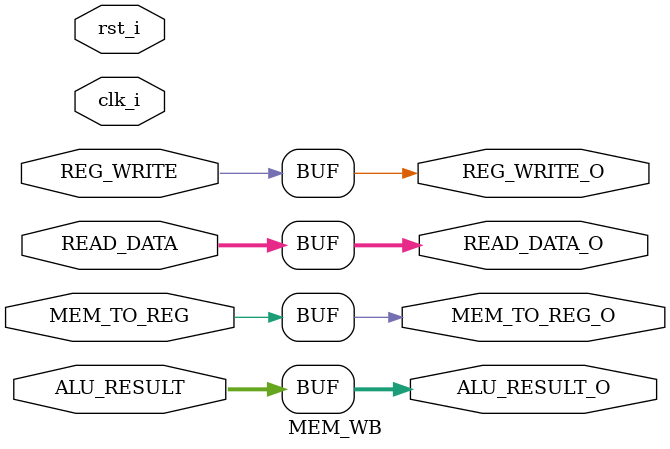
<source format=v>

`timescale 1ns/1ps

module MEM_WB(
    input           	 clk_i,
	input           	 rst_i,
    input                REG_WRITE,
    input                MEM_TO_REG,
    input       [31:0]   READ_DATA,
    input       [31:0]   ALU_RESULT,

    output wire          REG_WRITE_O,
    output wire          MEM_TO_REG_O,
    output wire [31:0]   READ_DATA_O,
    output wire [31:0]   ALU_RESULT_O
    );

    assign REG_WRITE_O = REG_WRITE;
    assign MEM_TO_REG_O = MEM_TO_REG;
    assign READ_DATA_O = READ_DATA;
    assign ALU_RESULT_O = ALU_RESULT;


endmodule
</source>
